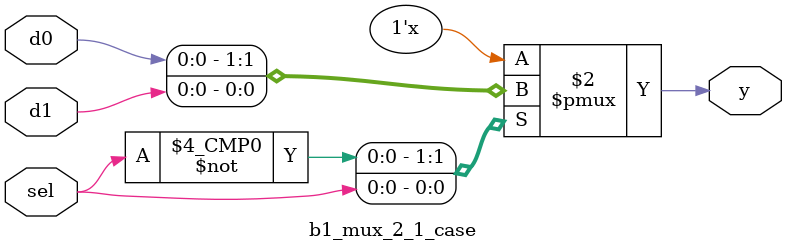
<source format=v>
module b1_mux_2_1_case
(
    input      d0, d1,
    input      sel,
    output reg y
);

    always @(*)
        case (sel)
        2'b0: y = d0;
        2'b1: y = d1;
        endcase

endmodule
</source>
